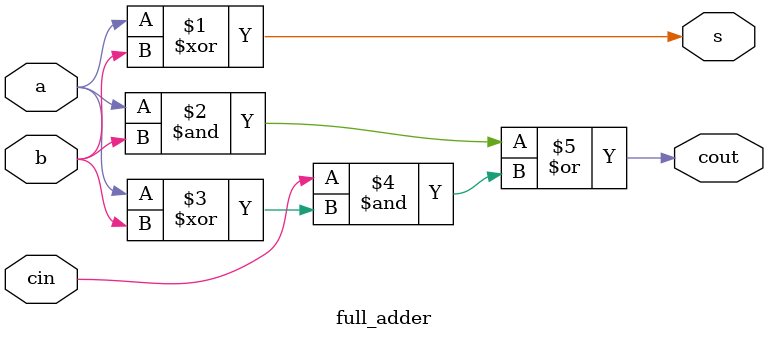
<source format=sv>
module top_module (
	input [3:0] x,
	input [3:0] y,
	output [4:0] sum
);

// Internal wire declaration
wire [3:0] carry;
wire [3:0] sum_temp;

// Instantiate full adders
full_adder adder0(.a(x[0]), .b(y[0]), .cin(1'b0), .s(sum_temp[0]), .cout(carry[0]));
full_adder adder1(.a(x[1]), .b(y[1]), .cin(carry[0]), .s(sum_temp[1]), .cout(carry[1]));
full_adder adder2(.a(x[2]), .b(y[2]), .cin(carry[1]), .s(sum_temp[2]), .cout(carry[2]));
full_adder adder3(.a(x[3]), .b(y[3]), .cin(carry[2]), .s(sum_temp[3]), .cout(carry[3]));

// Assign sum and overflow bit
assign sum = {carry[3], sum_temp};

endmodule
module full_adder (
	input a,
	input b,
	input cin,
	output s,
	output cout
);

// Implement XOR gate
assign s = a ^ b;

// Implement AND gates
assign cout = (a & b) | (cin & (a ^ b));

endmodule

</source>
